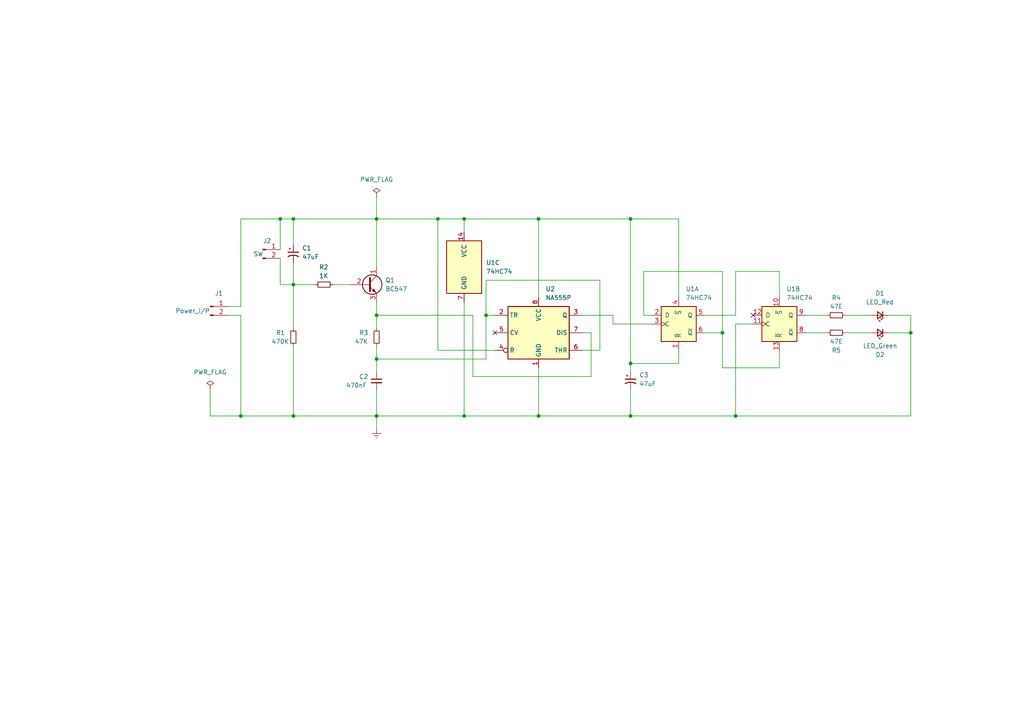
<source format=kicad_sch>
(kicad_sch (version 20211123) (generator eeschema)

  (uuid e63e39d7-6ac0-4ffd-8aa3-1841a4541b55)

  (paper "A4")

  (title_block
    (title "Coin_Toss_Ckt")
    (date "2022-05-19")
    (rev "CKT_VER_1.0")
    (company "Technical Market")
  )

  (lib_symbols
    (symbol "74xx:74HC74" (pin_names (offset 1.016)) (in_bom yes) (on_board yes)
      (property "Reference" "U" (id 0) (at -7.62 8.89 0)
        (effects (font (size 1.27 1.27)))
      )
      (property "Value" "74HC74" (id 1) (at -7.62 -8.89 0)
        (effects (font (size 1.27 1.27)))
      )
      (property "Footprint" "" (id 2) (at 0 0 0)
        (effects (font (size 1.27 1.27)) hide)
      )
      (property "Datasheet" "74xx/74hc_hct74.pdf" (id 3) (at 0 0 0)
        (effects (font (size 1.27 1.27)) hide)
      )
      (property "ki_locked" "" (id 4) (at 0 0 0)
        (effects (font (size 1.27 1.27)))
      )
      (property "ki_keywords" "TTL DFF" (id 5) (at 0 0 0)
        (effects (font (size 1.27 1.27)) hide)
      )
      (property "ki_description" "Dual D Flip-flop, Set & Reset" (id 6) (at 0 0 0)
        (effects (font (size 1.27 1.27)) hide)
      )
      (property "ki_fp_filters" "DIP*W7.62mm*" (id 7) (at 0 0 0)
        (effects (font (size 1.27 1.27)) hide)
      )
      (symbol "74HC74_1_0"
        (pin input line (at 0 -7.62 90) (length 2.54)
          (name "~{R}" (effects (font (size 1.27 1.27))))
          (number "1" (effects (font (size 1.27 1.27))))
        )
        (pin input line (at -7.62 2.54 0) (length 2.54)
          (name "D" (effects (font (size 1.27 1.27))))
          (number "2" (effects (font (size 1.27 1.27))))
        )
        (pin input clock (at -7.62 0 0) (length 2.54)
          (name "C" (effects (font (size 1.27 1.27))))
          (number "3" (effects (font (size 1.27 1.27))))
        )
        (pin input line (at 0 7.62 270) (length 2.54)
          (name "~{S}" (effects (font (size 1.27 1.27))))
          (number "4" (effects (font (size 1.27 1.27))))
        )
        (pin output line (at 7.62 2.54 180) (length 2.54)
          (name "Q" (effects (font (size 1.27 1.27))))
          (number "5" (effects (font (size 1.27 1.27))))
        )
        (pin output line (at 7.62 -2.54 180) (length 2.54)
          (name "~{Q}" (effects (font (size 1.27 1.27))))
          (number "6" (effects (font (size 1.27 1.27))))
        )
      )
      (symbol "74HC74_1_1"
        (rectangle (start -5.08 5.08) (end 5.08 -5.08)
          (stroke (width 0.254) (type default) (color 0 0 0 0))
          (fill (type background))
        )
      )
      (symbol "74HC74_2_0"
        (pin input line (at 0 7.62 270) (length 2.54)
          (name "~{S}" (effects (font (size 1.27 1.27))))
          (number "10" (effects (font (size 1.27 1.27))))
        )
        (pin input clock (at -7.62 0 0) (length 2.54)
          (name "C" (effects (font (size 1.27 1.27))))
          (number "11" (effects (font (size 1.27 1.27))))
        )
        (pin input line (at -7.62 2.54 0) (length 2.54)
          (name "D" (effects (font (size 1.27 1.27))))
          (number "12" (effects (font (size 1.27 1.27))))
        )
        (pin input line (at 0 -7.62 90) (length 2.54)
          (name "~{R}" (effects (font (size 1.27 1.27))))
          (number "13" (effects (font (size 1.27 1.27))))
        )
        (pin output line (at 7.62 -2.54 180) (length 2.54)
          (name "~{Q}" (effects (font (size 1.27 1.27))))
          (number "8" (effects (font (size 1.27 1.27))))
        )
        (pin output line (at 7.62 2.54 180) (length 2.54)
          (name "Q" (effects (font (size 1.27 1.27))))
          (number "9" (effects (font (size 1.27 1.27))))
        )
      )
      (symbol "74HC74_2_1"
        (rectangle (start -5.08 5.08) (end 5.08 -5.08)
          (stroke (width 0.254) (type default) (color 0 0 0 0))
          (fill (type background))
        )
      )
      (symbol "74HC74_3_0"
        (pin power_in line (at 0 10.16 270) (length 2.54)
          (name "VCC" (effects (font (size 1.27 1.27))))
          (number "14" (effects (font (size 1.27 1.27))))
        )
        (pin power_in line (at 0 -10.16 90) (length 2.54)
          (name "GND" (effects (font (size 1.27 1.27))))
          (number "7" (effects (font (size 1.27 1.27))))
        )
      )
      (symbol "74HC74_3_1"
        (rectangle (start -5.08 7.62) (end 5.08 -7.62)
          (stroke (width 0.254) (type default) (color 0 0 0 0))
          (fill (type background))
        )
      )
    )
    (symbol "Connector:Conn_01x02_Male" (pin_names (offset 1.016) hide) (in_bom yes) (on_board yes)
      (property "Reference" "J" (id 0) (at 0 2.54 0)
        (effects (font (size 1.27 1.27)))
      )
      (property "Value" "Conn_01x02_Male" (id 1) (at 0 -5.08 0)
        (effects (font (size 1.27 1.27)))
      )
      (property "Footprint" "" (id 2) (at 0 0 0)
        (effects (font (size 1.27 1.27)) hide)
      )
      (property "Datasheet" "~" (id 3) (at 0 0 0)
        (effects (font (size 1.27 1.27)) hide)
      )
      (property "ki_keywords" "connector" (id 4) (at 0 0 0)
        (effects (font (size 1.27 1.27)) hide)
      )
      (property "ki_description" "Generic connector, single row, 01x02, script generated (kicad-library-utils/schlib/autogen/connector/)" (id 5) (at 0 0 0)
        (effects (font (size 1.27 1.27)) hide)
      )
      (property "ki_fp_filters" "Connector*:*_1x??_*" (id 6) (at 0 0 0)
        (effects (font (size 1.27 1.27)) hide)
      )
      (symbol "Conn_01x02_Male_1_1"
        (polyline
          (pts
            (xy 1.27 -2.54)
            (xy 0.8636 -2.54)
          )
          (stroke (width 0.1524) (type default) (color 0 0 0 0))
          (fill (type none))
        )
        (polyline
          (pts
            (xy 1.27 0)
            (xy 0.8636 0)
          )
          (stroke (width 0.1524) (type default) (color 0 0 0 0))
          (fill (type none))
        )
        (rectangle (start 0.8636 -2.413) (end 0 -2.667)
          (stroke (width 0.1524) (type default) (color 0 0 0 0))
          (fill (type outline))
        )
        (rectangle (start 0.8636 0.127) (end 0 -0.127)
          (stroke (width 0.1524) (type default) (color 0 0 0 0))
          (fill (type outline))
        )
        (pin passive line (at 5.08 0 180) (length 3.81)
          (name "Pin_1" (effects (font (size 1.27 1.27))))
          (number "1" (effects (font (size 1.27 1.27))))
        )
        (pin passive line (at 5.08 -2.54 180) (length 3.81)
          (name "Pin_2" (effects (font (size 1.27 1.27))))
          (number "2" (effects (font (size 1.27 1.27))))
        )
      )
    )
    (symbol "Device:C_Polarized_Small_US" (pin_numbers hide) (pin_names (offset 0.254) hide) (in_bom yes) (on_board yes)
      (property "Reference" "C" (id 0) (at 0.254 1.778 0)
        (effects (font (size 1.27 1.27)) (justify left))
      )
      (property "Value" "C_Polarized_Small_US" (id 1) (at 0.254 -2.032 0)
        (effects (font (size 1.27 1.27)) (justify left))
      )
      (property "Footprint" "" (id 2) (at 0 0 0)
        (effects (font (size 1.27 1.27)) hide)
      )
      (property "Datasheet" "~" (id 3) (at 0 0 0)
        (effects (font (size 1.27 1.27)) hide)
      )
      (property "ki_keywords" "cap capacitor" (id 4) (at 0 0 0)
        (effects (font (size 1.27 1.27)) hide)
      )
      (property "ki_description" "Polarized capacitor, small US symbol" (id 5) (at 0 0 0)
        (effects (font (size 1.27 1.27)) hide)
      )
      (property "ki_fp_filters" "CP_*" (id 6) (at 0 0 0)
        (effects (font (size 1.27 1.27)) hide)
      )
      (symbol "C_Polarized_Small_US_0_1"
        (polyline
          (pts
            (xy -1.524 0.508)
            (xy 1.524 0.508)
          )
          (stroke (width 0.3048) (type default) (color 0 0 0 0))
          (fill (type none))
        )
        (polyline
          (pts
            (xy -1.27 1.524)
            (xy -0.762 1.524)
          )
          (stroke (width 0) (type default) (color 0 0 0 0))
          (fill (type none))
        )
        (polyline
          (pts
            (xy -1.016 1.27)
            (xy -1.016 1.778)
          )
          (stroke (width 0) (type default) (color 0 0 0 0))
          (fill (type none))
        )
        (arc (start 1.524 -0.762) (mid 0 -0.3734) (end -1.524 -0.762)
          (stroke (width 0.3048) (type default) (color 0 0 0 0))
          (fill (type none))
        )
      )
      (symbol "C_Polarized_Small_US_1_1"
        (pin passive line (at 0 2.54 270) (length 2.032)
          (name "~" (effects (font (size 1.27 1.27))))
          (number "1" (effects (font (size 1.27 1.27))))
        )
        (pin passive line (at 0 -2.54 90) (length 2.032)
          (name "~" (effects (font (size 1.27 1.27))))
          (number "2" (effects (font (size 1.27 1.27))))
        )
      )
    )
    (symbol "Device:C_Small" (pin_numbers hide) (pin_names (offset 0.254) hide) (in_bom yes) (on_board yes)
      (property "Reference" "C" (id 0) (at 0.254 1.778 0)
        (effects (font (size 1.27 1.27)) (justify left))
      )
      (property "Value" "C_Small" (id 1) (at 0.254 -2.032 0)
        (effects (font (size 1.27 1.27)) (justify left))
      )
      (property "Footprint" "" (id 2) (at 0 0 0)
        (effects (font (size 1.27 1.27)) hide)
      )
      (property "Datasheet" "~" (id 3) (at 0 0 0)
        (effects (font (size 1.27 1.27)) hide)
      )
      (property "ki_keywords" "capacitor cap" (id 4) (at 0 0 0)
        (effects (font (size 1.27 1.27)) hide)
      )
      (property "ki_description" "Unpolarized capacitor, small symbol" (id 5) (at 0 0 0)
        (effects (font (size 1.27 1.27)) hide)
      )
      (property "ki_fp_filters" "C_*" (id 6) (at 0 0 0)
        (effects (font (size 1.27 1.27)) hide)
      )
      (symbol "C_Small_0_1"
        (polyline
          (pts
            (xy -1.524 -0.508)
            (xy 1.524 -0.508)
          )
          (stroke (width 0.3302) (type default) (color 0 0 0 0))
          (fill (type none))
        )
        (polyline
          (pts
            (xy -1.524 0.508)
            (xy 1.524 0.508)
          )
          (stroke (width 0.3048) (type default) (color 0 0 0 0))
          (fill (type none))
        )
      )
      (symbol "C_Small_1_1"
        (pin passive line (at 0 2.54 270) (length 2.032)
          (name "~" (effects (font (size 1.27 1.27))))
          (number "1" (effects (font (size 1.27 1.27))))
        )
        (pin passive line (at 0 -2.54 90) (length 2.032)
          (name "~" (effects (font (size 1.27 1.27))))
          (number "2" (effects (font (size 1.27 1.27))))
        )
      )
    )
    (symbol "Device:LED_Small" (pin_numbers hide) (pin_names (offset 0.254) hide) (in_bom yes) (on_board yes)
      (property "Reference" "D" (id 0) (at -1.27 3.175 0)
        (effects (font (size 1.27 1.27)) (justify left))
      )
      (property "Value" "LED_Small" (id 1) (at -4.445 -2.54 0)
        (effects (font (size 1.27 1.27)) (justify left))
      )
      (property "Footprint" "" (id 2) (at 0 0 90)
        (effects (font (size 1.27 1.27)) hide)
      )
      (property "Datasheet" "~" (id 3) (at 0 0 90)
        (effects (font (size 1.27 1.27)) hide)
      )
      (property "ki_keywords" "LED diode light-emitting-diode" (id 4) (at 0 0 0)
        (effects (font (size 1.27 1.27)) hide)
      )
      (property "ki_description" "Light emitting diode, small symbol" (id 5) (at 0 0 0)
        (effects (font (size 1.27 1.27)) hide)
      )
      (property "ki_fp_filters" "LED* LED_SMD:* LED_THT:*" (id 6) (at 0 0 0)
        (effects (font (size 1.27 1.27)) hide)
      )
      (symbol "LED_Small_0_1"
        (polyline
          (pts
            (xy -0.762 -1.016)
            (xy -0.762 1.016)
          )
          (stroke (width 0.254) (type default) (color 0 0 0 0))
          (fill (type none))
        )
        (polyline
          (pts
            (xy 1.016 0)
            (xy -0.762 0)
          )
          (stroke (width 0) (type default) (color 0 0 0 0))
          (fill (type none))
        )
        (polyline
          (pts
            (xy 0.762 -1.016)
            (xy -0.762 0)
            (xy 0.762 1.016)
            (xy 0.762 -1.016)
          )
          (stroke (width 0.254) (type default) (color 0 0 0 0))
          (fill (type none))
        )
        (polyline
          (pts
            (xy 0 0.762)
            (xy -0.508 1.27)
            (xy -0.254 1.27)
            (xy -0.508 1.27)
            (xy -0.508 1.016)
          )
          (stroke (width 0) (type default) (color 0 0 0 0))
          (fill (type none))
        )
        (polyline
          (pts
            (xy 0.508 1.27)
            (xy 0 1.778)
            (xy 0.254 1.778)
            (xy 0 1.778)
            (xy 0 1.524)
          )
          (stroke (width 0) (type default) (color 0 0 0 0))
          (fill (type none))
        )
      )
      (symbol "LED_Small_1_1"
        (pin passive line (at -2.54 0 0) (length 1.778)
          (name "K" (effects (font (size 1.27 1.27))))
          (number "1" (effects (font (size 1.27 1.27))))
        )
        (pin passive line (at 2.54 0 180) (length 1.778)
          (name "A" (effects (font (size 1.27 1.27))))
          (number "2" (effects (font (size 1.27 1.27))))
        )
      )
    )
    (symbol "Device:R_Small" (pin_numbers hide) (pin_names (offset 0.254) hide) (in_bom yes) (on_board yes)
      (property "Reference" "R" (id 0) (at 0.762 0.508 0)
        (effects (font (size 1.27 1.27)) (justify left))
      )
      (property "Value" "R_Small" (id 1) (at 0.762 -1.016 0)
        (effects (font (size 1.27 1.27)) (justify left))
      )
      (property "Footprint" "" (id 2) (at 0 0 0)
        (effects (font (size 1.27 1.27)) hide)
      )
      (property "Datasheet" "~" (id 3) (at 0 0 0)
        (effects (font (size 1.27 1.27)) hide)
      )
      (property "ki_keywords" "R resistor" (id 4) (at 0 0 0)
        (effects (font (size 1.27 1.27)) hide)
      )
      (property "ki_description" "Resistor, small symbol" (id 5) (at 0 0 0)
        (effects (font (size 1.27 1.27)) hide)
      )
      (property "ki_fp_filters" "R_*" (id 6) (at 0 0 0)
        (effects (font (size 1.27 1.27)) hide)
      )
      (symbol "R_Small_0_1"
        (rectangle (start -0.762 1.778) (end 0.762 -1.778)
          (stroke (width 0.2032) (type default) (color 0 0 0 0))
          (fill (type none))
        )
      )
      (symbol "R_Small_1_1"
        (pin passive line (at 0 2.54 270) (length 0.762)
          (name "~" (effects (font (size 1.27 1.27))))
          (number "1" (effects (font (size 1.27 1.27))))
        )
        (pin passive line (at 0 -2.54 90) (length 0.762)
          (name "~" (effects (font (size 1.27 1.27))))
          (number "2" (effects (font (size 1.27 1.27))))
        )
      )
    )
    (symbol "Timer:NA555P" (in_bom yes) (on_board yes)
      (property "Reference" "U" (id 0) (at -10.16 8.89 0)
        (effects (font (size 1.27 1.27)) (justify left))
      )
      (property "Value" "NA555P" (id 1) (at 2.54 8.89 0)
        (effects (font (size 1.27 1.27)) (justify left))
      )
      (property "Footprint" "Package_DIP:DIP-8_W7.62mm" (id 2) (at 16.51 -10.16 0)
        (effects (font (size 1.27 1.27)) hide)
      )
      (property "Datasheet" "http://www.ti.com/lit/ds/symlink/ne555.pdf" (id 3) (at 21.59 -10.16 0)
        (effects (font (size 1.27 1.27)) hide)
      )
      (property "ki_keywords" "single timer 555" (id 4) (at 0 0 0)
        (effects (font (size 1.27 1.27)) hide)
      )
      (property "ki_description" "Precision Timers, 555 compatible, PDIP-8" (id 5) (at 0 0 0)
        (effects (font (size 1.27 1.27)) hide)
      )
      (property "ki_fp_filters" "DIP*W7.62mm*" (id 6) (at 0 0 0)
        (effects (font (size 1.27 1.27)) hide)
      )
      (symbol "NA555P_0_0"
        (pin power_in line (at 0 -10.16 90) (length 2.54)
          (name "GND" (effects (font (size 1.27 1.27))))
          (number "1" (effects (font (size 1.27 1.27))))
        )
        (pin power_in line (at 0 10.16 270) (length 2.54)
          (name "VCC" (effects (font (size 1.27 1.27))))
          (number "8" (effects (font (size 1.27 1.27))))
        )
      )
      (symbol "NA555P_0_1"
        (rectangle (start -8.89 -7.62) (end 8.89 7.62)
          (stroke (width 0.254) (type default) (color 0 0 0 0))
          (fill (type background))
        )
        (rectangle (start -8.89 -7.62) (end 8.89 7.62)
          (stroke (width 0.254) (type default) (color 0 0 0 0))
          (fill (type background))
        )
      )
      (symbol "NA555P_1_1"
        (pin input line (at -12.7 5.08 0) (length 3.81)
          (name "TR" (effects (font (size 1.27 1.27))))
          (number "2" (effects (font (size 1.27 1.27))))
        )
        (pin output line (at 12.7 5.08 180) (length 3.81)
          (name "Q" (effects (font (size 1.27 1.27))))
          (number "3" (effects (font (size 1.27 1.27))))
        )
        (pin input inverted (at -12.7 -5.08 0) (length 3.81)
          (name "R" (effects (font (size 1.27 1.27))))
          (number "4" (effects (font (size 1.27 1.27))))
        )
        (pin input line (at -12.7 0 0) (length 3.81)
          (name "CV" (effects (font (size 1.27 1.27))))
          (number "5" (effects (font (size 1.27 1.27))))
        )
        (pin input line (at 12.7 -5.08 180) (length 3.81)
          (name "THR" (effects (font (size 1.27 1.27))))
          (number "6" (effects (font (size 1.27 1.27))))
        )
        (pin input line (at 12.7 0 180) (length 3.81)
          (name "DIS" (effects (font (size 1.27 1.27))))
          (number "7" (effects (font (size 1.27 1.27))))
        )
      )
    )
    (symbol "Transistor_BJT:BC547" (pin_names (offset 0) hide) (in_bom yes) (on_board yes)
      (property "Reference" "Q" (id 0) (at 5.08 1.905 0)
        (effects (font (size 1.27 1.27)) (justify left))
      )
      (property "Value" "BC547" (id 1) (at 5.08 0 0)
        (effects (font (size 1.27 1.27)) (justify left))
      )
      (property "Footprint" "Package_TO_SOT_THT:TO-92_Inline" (id 2) (at 5.08 -1.905 0)
        (effects (font (size 1.27 1.27) italic) (justify left) hide)
      )
      (property "Datasheet" "https://www.onsemi.com/pub/Collateral/BC550-D.pdf" (id 3) (at 0 0 0)
        (effects (font (size 1.27 1.27)) (justify left) hide)
      )
      (property "ki_keywords" "NPN Transistor" (id 4) (at 0 0 0)
        (effects (font (size 1.27 1.27)) hide)
      )
      (property "ki_description" "0.1A Ic, 45V Vce, Small Signal NPN Transistor, TO-92" (id 5) (at 0 0 0)
        (effects (font (size 1.27 1.27)) hide)
      )
      (property "ki_fp_filters" "TO?92*" (id 6) (at 0 0 0)
        (effects (font (size 1.27 1.27)) hide)
      )
      (symbol "BC547_0_1"
        (polyline
          (pts
            (xy 0 0)
            (xy 0.635 0)
          )
          (stroke (width 0) (type default) (color 0 0 0 0))
          (fill (type none))
        )
        (polyline
          (pts
            (xy 0.635 0.635)
            (xy 2.54 2.54)
          )
          (stroke (width 0) (type default) (color 0 0 0 0))
          (fill (type none))
        )
        (polyline
          (pts
            (xy 0.635 -0.635)
            (xy 2.54 -2.54)
            (xy 2.54 -2.54)
          )
          (stroke (width 0) (type default) (color 0 0 0 0))
          (fill (type none))
        )
        (polyline
          (pts
            (xy 0.635 1.905)
            (xy 0.635 -1.905)
            (xy 0.635 -1.905)
          )
          (stroke (width 0.508) (type default) (color 0 0 0 0))
          (fill (type none))
        )
        (polyline
          (pts
            (xy 1.27 -1.778)
            (xy 1.778 -1.27)
            (xy 2.286 -2.286)
            (xy 1.27 -1.778)
            (xy 1.27 -1.778)
          )
          (stroke (width 0) (type default) (color 0 0 0 0))
          (fill (type outline))
        )
        (circle (center 1.27 0) (radius 2.8194)
          (stroke (width 0.254) (type default) (color 0 0 0 0))
          (fill (type none))
        )
      )
      (symbol "BC547_1_1"
        (pin passive line (at 2.54 5.08 270) (length 2.54)
          (name "C" (effects (font (size 1.27 1.27))))
          (number "1" (effects (font (size 1.27 1.27))))
        )
        (pin input line (at -5.08 0 0) (length 5.08)
          (name "B" (effects (font (size 1.27 1.27))))
          (number "2" (effects (font (size 1.27 1.27))))
        )
        (pin passive line (at 2.54 -5.08 90) (length 2.54)
          (name "E" (effects (font (size 1.27 1.27))))
          (number "3" (effects (font (size 1.27 1.27))))
        )
      )
    )
    (symbol "power:Earth" (power) (pin_names (offset 0)) (in_bom yes) (on_board yes)
      (property "Reference" "#PWR" (id 0) (at 0 -6.35 0)
        (effects (font (size 1.27 1.27)) hide)
      )
      (property "Value" "Earth" (id 1) (at 0 -3.81 0)
        (effects (font (size 1.27 1.27)) hide)
      )
      (property "Footprint" "" (id 2) (at 0 0 0)
        (effects (font (size 1.27 1.27)) hide)
      )
      (property "Datasheet" "~" (id 3) (at 0 0 0)
        (effects (font (size 1.27 1.27)) hide)
      )
      (property "ki_keywords" "power-flag ground gnd" (id 4) (at 0 0 0)
        (effects (font (size 1.27 1.27)) hide)
      )
      (property "ki_description" "Power symbol creates a global label with name \"Earth\"" (id 5) (at 0 0 0)
        (effects (font (size 1.27 1.27)) hide)
      )
      (symbol "Earth_0_1"
        (polyline
          (pts
            (xy -0.635 -1.905)
            (xy 0.635 -1.905)
          )
          (stroke (width 0) (type default) (color 0 0 0 0))
          (fill (type none))
        )
        (polyline
          (pts
            (xy -0.127 -2.54)
            (xy 0.127 -2.54)
          )
          (stroke (width 0) (type default) (color 0 0 0 0))
          (fill (type none))
        )
        (polyline
          (pts
            (xy 0 -1.27)
            (xy 0 0)
          )
          (stroke (width 0) (type default) (color 0 0 0 0))
          (fill (type none))
        )
        (polyline
          (pts
            (xy 1.27 -1.27)
            (xy -1.27 -1.27)
          )
          (stroke (width 0) (type default) (color 0 0 0 0))
          (fill (type none))
        )
      )
      (symbol "Earth_1_1"
        (pin power_in line (at 0 0 270) (length 0) hide
          (name "Earth" (effects (font (size 1.27 1.27))))
          (number "1" (effects (font (size 1.27 1.27))))
        )
      )
    )
    (symbol "power:PWR_FLAG" (power) (pin_numbers hide) (pin_names (offset 0) hide) (in_bom yes) (on_board yes)
      (property "Reference" "#FLG" (id 0) (at 0 1.905 0)
        (effects (font (size 1.27 1.27)) hide)
      )
      (property "Value" "PWR_FLAG" (id 1) (at 0 3.81 0)
        (effects (font (size 1.27 1.27)))
      )
      (property "Footprint" "" (id 2) (at 0 0 0)
        (effects (font (size 1.27 1.27)) hide)
      )
      (property "Datasheet" "~" (id 3) (at 0 0 0)
        (effects (font (size 1.27 1.27)) hide)
      )
      (property "ki_keywords" "power-flag" (id 4) (at 0 0 0)
        (effects (font (size 1.27 1.27)) hide)
      )
      (property "ki_description" "Special symbol for telling ERC where power comes from" (id 5) (at 0 0 0)
        (effects (font (size 1.27 1.27)) hide)
      )
      (symbol "PWR_FLAG_0_0"
        (pin power_out line (at 0 0 90) (length 0)
          (name "pwr" (effects (font (size 1.27 1.27))))
          (number "1" (effects (font (size 1.27 1.27))))
        )
      )
      (symbol "PWR_FLAG_0_1"
        (polyline
          (pts
            (xy 0 0)
            (xy 0 1.27)
            (xy -1.016 1.905)
            (xy 0 2.54)
            (xy 1.016 1.905)
            (xy 0 1.27)
          )
          (stroke (width 0) (type default) (color 0 0 0 0))
          (fill (type none))
        )
      )
    )
  )

  (junction (at 156.21 120.65) (diameter 0) (color 0 0 0 0)
    (uuid 29284e42-97e6-48d5-b71d-7bff87b86ca7)
  )
  (junction (at 209.55 96.52) (diameter 0) (color 0 0 0 0)
    (uuid 327696c2-8d20-4430-a247-a26f17e27580)
  )
  (junction (at 264.16 96.52) (diameter 0) (color 0 0 0 0)
    (uuid 389cbf76-6a3b-4c55-9a5a-60e12fa2119d)
  )
  (junction (at 109.22 63.5) (diameter 0) (color 0 0 0 0)
    (uuid 5d22d97a-6ea2-4468-a6c3-25b11187c77e)
  )
  (junction (at 127 63.5) (diameter 0) (color 0 0 0 0)
    (uuid 5e268d0e-890c-4633-bf69-a573d38de338)
  )
  (junction (at 69.85 120.65) (diameter 0) (color 0 0 0 0)
    (uuid 6eba303d-fc72-4dbf-bd08-6d22e380e687)
  )
  (junction (at 182.88 120.65) (diameter 0) (color 0 0 0 0)
    (uuid 77e25307-4c6e-44db-8aa1-41dfa691957f)
  )
  (junction (at 109.22 120.65) (diameter 0) (color 0 0 0 0)
    (uuid 89d8e8f1-e7c5-44b0-98d9-649615666f62)
  )
  (junction (at 140.97 91.44) (diameter 0) (color 0 0 0 0)
    (uuid 9024be84-6fa2-461d-a1ea-f48b1818f746)
  )
  (junction (at 134.62 120.65) (diameter 0) (color 0 0 0 0)
    (uuid 9102eee1-fd6a-4e1d-8365-191015acf0e6)
  )
  (junction (at 109.22 91.44) (diameter 0) (color 0 0 0 0)
    (uuid 9d937146-0136-4d65-a7d7-b36b255e2e4d)
  )
  (junction (at 85.09 120.65) (diameter 0) (color 0 0 0 0)
    (uuid 9f0af3e4-5b9a-4e92-a459-772389cb956f)
  )
  (junction (at 182.88 63.5) (diameter 0) (color 0 0 0 0)
    (uuid abd5427f-f0db-4d02-93a1-06e603490f69)
  )
  (junction (at 182.88 105.41) (diameter 0) (color 0 0 0 0)
    (uuid b0d23ef2-2191-4783-b4e1-832a9d67dd65)
  )
  (junction (at 81.28 63.5) (diameter 0) (color 0 0 0 0)
    (uuid c4aab532-438e-48c5-96a3-46d009f65785)
  )
  (junction (at 85.09 82.55) (diameter 0) (color 0 0 0 0)
    (uuid c8fda475-a48f-44dc-957f-bbaec0e7ed26)
  )
  (junction (at 85.09 63.5) (diameter 0) (color 0 0 0 0)
    (uuid ce9b20e6-45f8-4d4c-9dd6-fe731fe8a19f)
  )
  (junction (at 156.21 63.5) (diameter 0) (color 0 0 0 0)
    (uuid d3beebe0-c3be-42e7-b903-8d54a7dd6e53)
  )
  (junction (at 134.62 63.5) (diameter 0) (color 0 0 0 0)
    (uuid df804509-025e-4a8e-aed0-dbf88fd6b19a)
  )
  (junction (at 109.22 104.14) (diameter 0) (color 0 0 0 0)
    (uuid e39c4cf8-886e-4a32-934a-131da6c46c4e)
  )
  (junction (at 213.36 120.65) (diameter 0) (color 0 0 0 0)
    (uuid ef534413-db0d-4f0c-92b1-f96d90e8945f)
  )

  (no_connect (at 143.51 96.52) (uuid c2f7a75d-eb72-43d7-8f5b-2033a9329854))
  (no_connect (at 218.44 91.44) (uuid c2f7a75d-eb72-43d7-8f5b-2033a9329855))

  (wire (pts (xy 140.97 91.44) (xy 143.51 91.44))
    (stroke (width 0) (type default) (color 0 0 0 0))
    (uuid 06686549-84ff-474a-8323-cdfd5858aa47)
  )
  (wire (pts (xy 134.62 120.65) (xy 109.22 120.65))
    (stroke (width 0) (type default) (color 0 0 0 0))
    (uuid 0c7d44a8-76d0-405f-81a8-25f741b790b7)
  )
  (wire (pts (xy 60.96 113.03) (xy 60.96 120.65))
    (stroke (width 0) (type default) (color 0 0 0 0))
    (uuid 0c90f154-42bc-421b-9657-49ed475a766c)
  )
  (wire (pts (xy 168.91 96.52) (xy 171.45 96.52))
    (stroke (width 0) (type default) (color 0 0 0 0))
    (uuid 1317d30b-d208-47db-b8c3-1d77c7eaf966)
  )
  (wire (pts (xy 173.99 101.6) (xy 173.99 81.28))
    (stroke (width 0) (type default) (color 0 0 0 0))
    (uuid 17efdd20-a3b0-49e4-9ae6-a4b2690502b5)
  )
  (wire (pts (xy 196.85 86.36) (xy 196.85 63.5))
    (stroke (width 0) (type default) (color 0 0 0 0))
    (uuid 1a040363-0607-4902-a72a-1d5624d7c82c)
  )
  (wire (pts (xy 209.55 106.68) (xy 209.55 96.52))
    (stroke (width 0) (type default) (color 0 0 0 0))
    (uuid 1eb033e9-bf05-4256-8066-3c9cdb3e5c1c)
  )
  (wire (pts (xy 66.04 91.44) (xy 69.85 91.44))
    (stroke (width 0) (type default) (color 0 0 0 0))
    (uuid 1ff52aa9-4a48-4b23-b4a7-b76da7b9bdca)
  )
  (wire (pts (xy 81.28 82.55) (xy 85.09 82.55))
    (stroke (width 0) (type default) (color 0 0 0 0))
    (uuid 2108f818-6fd7-4088-b15a-befe58ba058e)
  )
  (wire (pts (xy 257.81 91.44) (xy 264.16 91.44))
    (stroke (width 0) (type default) (color 0 0 0 0))
    (uuid 26de385c-7b5e-4ff6-9f4e-ecdd9f27b17f)
  )
  (wire (pts (xy 137.16 109.22) (xy 137.16 91.44))
    (stroke (width 0) (type default) (color 0 0 0 0))
    (uuid 28bf4b7e-b091-4713-a58d-0a5fd4a497cc)
  )
  (wire (pts (xy 204.47 96.52) (xy 209.55 96.52))
    (stroke (width 0) (type default) (color 0 0 0 0))
    (uuid 2cbed9c9-ea49-4d9d-9951-80da00a47443)
  )
  (wire (pts (xy 264.16 96.52) (xy 264.16 120.65))
    (stroke (width 0) (type default) (color 0 0 0 0))
    (uuid 30a6a21e-8303-4f8e-a92b-4cf41d13c5bb)
  )
  (wire (pts (xy 134.62 87.63) (xy 134.62 120.65))
    (stroke (width 0) (type default) (color 0 0 0 0))
    (uuid 31b5f458-cbaf-4e6f-9f8b-102589c8ad92)
  )
  (wire (pts (xy 213.36 78.74) (xy 213.36 91.44))
    (stroke (width 0) (type default) (color 0 0 0 0))
    (uuid 31c564e2-54c1-46dc-8fa7-c346347f3185)
  )
  (wire (pts (xy 96.52 82.55) (xy 101.6 82.55))
    (stroke (width 0) (type default) (color 0 0 0 0))
    (uuid 327d136a-ff7c-470f-a9f9-c59f328d948f)
  )
  (wire (pts (xy 168.91 101.6) (xy 173.99 101.6))
    (stroke (width 0) (type default) (color 0 0 0 0))
    (uuid 34347b55-fcda-4081-82ff-67916a403bcb)
  )
  (wire (pts (xy 109.22 91.44) (xy 109.22 95.25))
    (stroke (width 0) (type default) (color 0 0 0 0))
    (uuid 349645cf-b225-4231-9990-6e322ca59221)
  )
  (wire (pts (xy 85.09 120.65) (xy 109.22 120.65))
    (stroke (width 0) (type default) (color 0 0 0 0))
    (uuid 35a6e381-fbad-4565-a847-476034f20a28)
  )
  (wire (pts (xy 233.68 91.44) (xy 240.03 91.44))
    (stroke (width 0) (type default) (color 0 0 0 0))
    (uuid 3bfd43c6-20a7-4930-8340-2cf59d16d767)
  )
  (wire (pts (xy 127 101.6) (xy 127 63.5))
    (stroke (width 0) (type default) (color 0 0 0 0))
    (uuid 41399be4-c28e-4509-b8d0-aac67bb548cb)
  )
  (wire (pts (xy 182.88 63.5) (xy 156.21 63.5))
    (stroke (width 0) (type default) (color 0 0 0 0))
    (uuid 413e4b49-7ec6-4c74-baca-7c86bfec53db)
  )
  (wire (pts (xy 109.22 87.63) (xy 109.22 91.44))
    (stroke (width 0) (type default) (color 0 0 0 0))
    (uuid 41436b41-42cc-4b8a-b519-5efc295c053b)
  )
  (wire (pts (xy 156.21 86.36) (xy 156.21 63.5))
    (stroke (width 0) (type default) (color 0 0 0 0))
    (uuid 43cd34eb-8147-4b4d-8f5f-1b40310c92b7)
  )
  (wire (pts (xy 171.45 96.52) (xy 171.45 109.22))
    (stroke (width 0) (type default) (color 0 0 0 0))
    (uuid 45f35f02-e8bc-4055-9ac1-df0cd1710f5c)
  )
  (wire (pts (xy 69.85 63.5) (xy 81.28 63.5))
    (stroke (width 0) (type default) (color 0 0 0 0))
    (uuid 461e72ce-b31f-4c1e-9acb-0eca1474e529)
  )
  (wire (pts (xy 186.69 78.74) (xy 186.69 91.44))
    (stroke (width 0) (type default) (color 0 0 0 0))
    (uuid 48d5e6f7-4e50-4e7d-8b77-2f6c2d801b60)
  )
  (wire (pts (xy 109.22 120.65) (xy 109.22 124.46))
    (stroke (width 0) (type default) (color 0 0 0 0))
    (uuid 514a41a2-a62e-46f2-afc4-409c0352e731)
  )
  (wire (pts (xy 127 63.5) (xy 109.22 63.5))
    (stroke (width 0) (type default) (color 0 0 0 0))
    (uuid 53aa074b-aae3-49e3-8466-0dbb7474b5c9)
  )
  (wire (pts (xy 209.55 96.52) (xy 209.55 78.74))
    (stroke (width 0) (type default) (color 0 0 0 0))
    (uuid 54b52c15-2a18-4602-86a9-33769fa1672c)
  )
  (wire (pts (xy 85.09 76.2) (xy 85.09 82.55))
    (stroke (width 0) (type default) (color 0 0 0 0))
    (uuid 576cb25e-63be-4e68-a8bd-bd1946c153c6)
  )
  (wire (pts (xy 168.91 91.44) (xy 177.8 91.44))
    (stroke (width 0) (type default) (color 0 0 0 0))
    (uuid 611e955c-eb06-453b-a41c-0ad763e643f0)
  )
  (wire (pts (xy 196.85 63.5) (xy 182.88 63.5))
    (stroke (width 0) (type default) (color 0 0 0 0))
    (uuid 625bf40a-ef8d-450d-8f0b-60eebe40e343)
  )
  (wire (pts (xy 109.22 77.47) (xy 109.22 63.5))
    (stroke (width 0) (type default) (color 0 0 0 0))
    (uuid 630d1c6a-068b-4cb3-9ba4-3981fd32df31)
  )
  (wire (pts (xy 156.21 63.5) (xy 134.62 63.5))
    (stroke (width 0) (type default) (color 0 0 0 0))
    (uuid 6399f4c9-c7be-4a6d-a012-e0bb4d2b0b45)
  )
  (wire (pts (xy 257.81 96.52) (xy 264.16 96.52))
    (stroke (width 0) (type default) (color 0 0 0 0))
    (uuid 65b45d05-d30e-41fc-87df-58c1aa2a3dc1)
  )
  (wire (pts (xy 177.8 93.98) (xy 189.23 93.98))
    (stroke (width 0) (type default) (color 0 0 0 0))
    (uuid 65fc0d6d-73dc-44fd-b860-c0efb272889a)
  )
  (wire (pts (xy 109.22 57.15) (xy 109.22 63.5))
    (stroke (width 0) (type default) (color 0 0 0 0))
    (uuid 6880d5c3-b1f3-4295-8b80-56e5e69ef5e6)
  )
  (wire (pts (xy 171.45 109.22) (xy 137.16 109.22))
    (stroke (width 0) (type default) (color 0 0 0 0))
    (uuid 6aa3958f-0924-481f-a22c-8139c2bb82cc)
  )
  (wire (pts (xy 209.55 78.74) (xy 186.69 78.74))
    (stroke (width 0) (type default) (color 0 0 0 0))
    (uuid 6ffb66e5-bddc-4c14-89ad-27a8e9ee35ed)
  )
  (wire (pts (xy 69.85 88.9) (xy 69.85 63.5))
    (stroke (width 0) (type default) (color 0 0 0 0))
    (uuid 70523d21-1866-482f-9d9c-937a92db199a)
  )
  (wire (pts (xy 85.09 63.5) (xy 85.09 71.12))
    (stroke (width 0) (type default) (color 0 0 0 0))
    (uuid 728ba05c-7334-4064-9520-97bdb4f97950)
  )
  (wire (pts (xy 156.21 106.68) (xy 156.21 120.65))
    (stroke (width 0) (type default) (color 0 0 0 0))
    (uuid 74de652f-f261-4913-b39a-129748ac26ff)
  )
  (wire (pts (xy 109.22 100.33) (xy 109.22 104.14))
    (stroke (width 0) (type default) (color 0 0 0 0))
    (uuid 7501ed58-e692-4049-af8b-4696e1385dfe)
  )
  (wire (pts (xy 226.06 101.6) (xy 226.06 106.68))
    (stroke (width 0) (type default) (color 0 0 0 0))
    (uuid 75260ee5-2e06-4722-a885-33c36b072408)
  )
  (wire (pts (xy 182.88 120.65) (xy 156.21 120.65))
    (stroke (width 0) (type default) (color 0 0 0 0))
    (uuid 77da2cca-802e-41d0-b76d-7e6565304ae6)
  )
  (wire (pts (xy 140.97 81.28) (xy 140.97 91.44))
    (stroke (width 0) (type default) (color 0 0 0 0))
    (uuid 7c9c17e0-6db6-4bac-93c2-537e388bbeb0)
  )
  (wire (pts (xy 140.97 104.14) (xy 109.22 104.14))
    (stroke (width 0) (type default) (color 0 0 0 0))
    (uuid 7ce6a06a-76d5-486c-9b7e-90ad4720b50c)
  )
  (wire (pts (xy 233.68 96.52) (xy 240.03 96.52))
    (stroke (width 0) (type default) (color 0 0 0 0))
    (uuid 7edec757-24b8-481f-a696-582c714a74a1)
  )
  (wire (pts (xy 213.36 93.98) (xy 213.36 120.65))
    (stroke (width 0) (type default) (color 0 0 0 0))
    (uuid 85608db1-1d40-4b2c-b2d8-04c2b043f041)
  )
  (wire (pts (xy 66.04 88.9) (xy 69.85 88.9))
    (stroke (width 0) (type default) (color 0 0 0 0))
    (uuid 8b894d8f-cd92-4721-a3e0-b8fe1b3e67e4)
  )
  (wire (pts (xy 137.16 91.44) (xy 109.22 91.44))
    (stroke (width 0) (type default) (color 0 0 0 0))
    (uuid 8d1e9f7e-d56d-499a-b443-f648043686a9)
  )
  (wire (pts (xy 143.51 101.6) (xy 127 101.6))
    (stroke (width 0) (type default) (color 0 0 0 0))
    (uuid 975374a1-077d-4b8a-a2f1-c003407326b2)
  )
  (wire (pts (xy 196.85 105.41) (xy 182.88 105.41))
    (stroke (width 0) (type default) (color 0 0 0 0))
    (uuid 9931ec82-7ab7-4f38-9270-dba87e3ce02f)
  )
  (wire (pts (xy 182.88 105.41) (xy 182.88 63.5))
    (stroke (width 0) (type default) (color 0 0 0 0))
    (uuid 9a7047f9-acea-486f-a364-b7368cdd257a)
  )
  (wire (pts (xy 226.06 106.68) (xy 209.55 106.68))
    (stroke (width 0) (type default) (color 0 0 0 0))
    (uuid 9abad919-5566-43ff-9dd4-74664e3d5dee)
  )
  (wire (pts (xy 182.88 107.95) (xy 182.88 105.41))
    (stroke (width 0) (type default) (color 0 0 0 0))
    (uuid 9bf9efa3-7047-48c9-b445-5ce42b762a80)
  )
  (wire (pts (xy 226.06 86.36) (xy 226.06 78.74))
    (stroke (width 0) (type default) (color 0 0 0 0))
    (uuid 9cbc46a6-b68e-4f4b-9e1e-295aafa62984)
  )
  (wire (pts (xy 85.09 100.33) (xy 85.09 120.65))
    (stroke (width 0) (type default) (color 0 0 0 0))
    (uuid 9ea8f0ea-9a1e-417c-b751-b91ecf3b8dde)
  )
  (wire (pts (xy 213.36 120.65) (xy 182.88 120.65))
    (stroke (width 0) (type default) (color 0 0 0 0))
    (uuid a3a6ca0f-6de4-4d7a-964b-4be74aabbb25)
  )
  (wire (pts (xy 140.97 91.44) (xy 140.97 104.14))
    (stroke (width 0) (type default) (color 0 0 0 0))
    (uuid ab64df0e-4765-42f3-86aa-43bd1337b943)
  )
  (wire (pts (xy 196.85 101.6) (xy 196.85 105.41))
    (stroke (width 0) (type default) (color 0 0 0 0))
    (uuid b41b4888-351b-41de-b4d7-00488d81f462)
  )
  (wire (pts (xy 81.28 63.5) (xy 81.28 72.39))
    (stroke (width 0) (type default) (color 0 0 0 0))
    (uuid bb20566b-0d1f-440a-8118-f80088914882)
  )
  (wire (pts (xy 69.85 120.65) (xy 85.09 120.65))
    (stroke (width 0) (type default) (color 0 0 0 0))
    (uuid bbbb46db-a2f6-4656-b9d9-21405ead274c)
  )
  (wire (pts (xy 173.99 81.28) (xy 140.97 81.28))
    (stroke (width 0) (type default) (color 0 0 0 0))
    (uuid bee52be9-4e16-403c-9b6a-c7cae756b5a5)
  )
  (wire (pts (xy 81.28 74.93) (xy 81.28 82.55))
    (stroke (width 0) (type default) (color 0 0 0 0))
    (uuid bf5bff82-2993-4c62-8b41-21e2a1a34eab)
  )
  (wire (pts (xy 109.22 104.14) (xy 109.22 107.95))
    (stroke (width 0) (type default) (color 0 0 0 0))
    (uuid c08427ce-8837-4697-b883-aae0c7609cc4)
  )
  (wire (pts (xy 85.09 82.55) (xy 91.44 82.55))
    (stroke (width 0) (type default) (color 0 0 0 0))
    (uuid c21e8659-c48e-4761-9ed4-12837af0304f)
  )
  (wire (pts (xy 182.88 113.03) (xy 182.88 120.65))
    (stroke (width 0) (type default) (color 0 0 0 0))
    (uuid c865ab03-4cde-4bcd-897e-be5f916d52be)
  )
  (wire (pts (xy 109.22 63.5) (xy 85.09 63.5))
    (stroke (width 0) (type default) (color 0 0 0 0))
    (uuid cbc0c2e3-fdfc-4d21-98a9-611ac8976cc0)
  )
  (wire (pts (xy 81.28 63.5) (xy 85.09 63.5))
    (stroke (width 0) (type default) (color 0 0 0 0))
    (uuid d17a13fe-7293-4b27-9cb1-10ec5351ae00)
  )
  (wire (pts (xy 245.11 91.44) (xy 252.73 91.44))
    (stroke (width 0) (type default) (color 0 0 0 0))
    (uuid d1c025ef-807e-4ce0-bb1f-834de06f142d)
  )
  (wire (pts (xy 134.62 63.5) (xy 134.62 67.31))
    (stroke (width 0) (type default) (color 0 0 0 0))
    (uuid d381d4ca-5cd0-4220-9961-02644e2d5bfd)
  )
  (wire (pts (xy 177.8 91.44) (xy 177.8 93.98))
    (stroke (width 0) (type default) (color 0 0 0 0))
    (uuid d78b813c-f85e-4c14-a1af-0c96beb17d6b)
  )
  (wire (pts (xy 85.09 82.55) (xy 85.09 95.25))
    (stroke (width 0) (type default) (color 0 0 0 0))
    (uuid dd287ecc-48c7-4569-84ef-5639ce72358e)
  )
  (wire (pts (xy 226.06 78.74) (xy 213.36 78.74))
    (stroke (width 0) (type default) (color 0 0 0 0))
    (uuid e0a677a6-6ccf-4425-9a0e-91332783b2c0)
  )
  (wire (pts (xy 109.22 113.03) (xy 109.22 120.65))
    (stroke (width 0) (type default) (color 0 0 0 0))
    (uuid e4a4bcb6-4dbb-4360-b0f6-c6bf219550e9)
  )
  (wire (pts (xy 218.44 93.98) (xy 213.36 93.98))
    (stroke (width 0) (type default) (color 0 0 0 0))
    (uuid e54d7b7b-ce3c-4906-af49-3478b5f3bd5c)
  )
  (wire (pts (xy 60.96 120.65) (xy 69.85 120.65))
    (stroke (width 0) (type default) (color 0 0 0 0))
    (uuid e5659af8-1b07-414b-b4ba-77ce52c44317)
  )
  (wire (pts (xy 245.11 96.52) (xy 252.73 96.52))
    (stroke (width 0) (type default) (color 0 0 0 0))
    (uuid e67b7bbb-6c99-4acc-a2ff-da9d1a1bb6ce)
  )
  (wire (pts (xy 156.21 120.65) (xy 134.62 120.65))
    (stroke (width 0) (type default) (color 0 0 0 0))
    (uuid ec2099f3-45a3-4ddd-bbe5-e79431aac8c5)
  )
  (wire (pts (xy 134.62 63.5) (xy 127 63.5))
    (stroke (width 0) (type default) (color 0 0 0 0))
    (uuid f370c876-b71f-4c1c-8f84-4e974b1a85be)
  )
  (wire (pts (xy 186.69 91.44) (xy 189.23 91.44))
    (stroke (width 0) (type default) (color 0 0 0 0))
    (uuid f80fb7e4-2777-4fc2-84cc-845909679e39)
  )
  (wire (pts (xy 213.36 91.44) (xy 204.47 91.44))
    (stroke (width 0) (type default) (color 0 0 0 0))
    (uuid f9f6378b-9fa8-4a69-982b-ad25195d7a0a)
  )
  (wire (pts (xy 69.85 91.44) (xy 69.85 120.65))
    (stroke (width 0) (type default) (color 0 0 0 0))
    (uuid fa02fcb5-e946-4ce7-9348-e0e6f5d8912e)
  )
  (wire (pts (xy 264.16 91.44) (xy 264.16 96.52))
    (stroke (width 0) (type default) (color 0 0 0 0))
    (uuid fe3f2d09-55fe-4ef8-8c9f-d0f1b8cf377c)
  )
  (wire (pts (xy 264.16 120.65) (xy 213.36 120.65))
    (stroke (width 0) (type default) (color 0 0 0 0))
    (uuid ffc07d7a-506f-4d8b-8cf0-98f0f78d1452)
  )

  (symbol (lib_id "Device:LED_Small") (at 255.27 96.52 180) (unit 1)
    (in_bom yes) (on_board yes)
    (uuid 013c83a2-f633-4742-94e2-f3f8e32a80ea)
    (property "Reference" "D2" (id 0) (at 255.27 102.87 0))
    (property "Value" "LED_Green" (id 1) (at 255.27 100.33 0))
    (property "Footprint" "LED_THT:LED_D3.0mm" (id 2) (at 255.27 96.52 90)
      (effects (font (size 1.27 1.27)) hide)
    )
    (property "Datasheet" "~" (id 3) (at 255.27 96.52 90)
      (effects (font (size 1.27 1.27)) hide)
    )
    (pin "1" (uuid 152788e3-3d71-4336-b2ba-010328d5706b))
    (pin "2" (uuid 1d819add-e678-455b-88b2-225db9bfed8c))
  )

  (symbol (lib_id "Device:R_Small") (at 93.98 82.55 90) (unit 1)
    (in_bom yes) (on_board yes)
    (uuid 0328c623-f90b-49d9-9a1e-7414d9bbd213)
    (property "Reference" "R2" (id 0) (at 95.25 77.47 90)
      (effects (font (size 1.27 1.27)) (justify left))
    )
    (property "Value" "1K" (id 1) (at 95.25 80.01 90)
      (effects (font (size 1.27 1.27)) (justify left))
    )
    (property "Footprint" "Resistor_THT:R_Axial_DIN0207_L6.3mm_D2.5mm_P10.16mm_Horizontal" (id 2) (at 93.98 82.55 0)
      (effects (font (size 1.27 1.27)) hide)
    )
    (property "Datasheet" "~" (id 3) (at 93.98 82.55 0)
      (effects (font (size 1.27 1.27)) hide)
    )
    (pin "1" (uuid bdfb1d2e-67e8-47fc-bc95-bb137663b107))
    (pin "2" (uuid 942bc063-01bf-486c-9e89-f744bc5ddbc2))
  )

  (symbol (lib_id "74xx:74HC74") (at 196.85 93.98 0) (unit 1)
    (in_bom yes) (on_board yes) (fields_autoplaced)
    (uuid 133d5403-9be3-4603-824b-d3b76147e745)
    (property "Reference" "U1" (id 0) (at 198.8694 83.82 0)
      (effects (font (size 1.27 1.27)) (justify left))
    )
    (property "Value" "74HC74" (id 1) (at 198.8694 86.36 0)
      (effects (font (size 1.27 1.27)) (justify left))
    )
    (property "Footprint" "Package_DIP:DIP-14_W7.62mm_Socket_LongPads" (id 2) (at 196.85 93.98 0)
      (effects (font (size 1.27 1.27)) hide)
    )
    (property "Datasheet" "74xx/74hc_hct74.pdf" (id 3) (at 196.85 93.98 0)
      (effects (font (size 1.27 1.27)) hide)
    )
    (pin "1" (uuid dbfb14d7-1f97-4dd2-9004-1d129d3b4221))
    (pin "2" (uuid 7684f860-395c-40b3-8cc0-a644dcdbc220))
    (pin "3" (uuid acd72527-a657-482d-a530-89a1347375fc))
    (pin "4" (uuid aaf0fd50-bb22-4408-be5a-88f5ba4193be))
    (pin "5" (uuid 3b19a97f-624a-48d9-8072-15bdeede0fff))
    (pin "6" (uuid 87f44303-a6e8-48e5-bb6d-f89abb09a999))
  )

  (symbol (lib_id "power:PWR_FLAG") (at 109.22 57.15 0) (unit 1)
    (in_bom yes) (on_board yes) (fields_autoplaced)
    (uuid 1f9398dd-7cdd-424c-b613-8ca2f01076a8)
    (property "Reference" "#FLG01" (id 0) (at 109.22 55.245 0)
      (effects (font (size 1.27 1.27)) hide)
    )
    (property "Value" "PWR_FLAG" (id 1) (at 109.22 52.07 0))
    (property "Footprint" "" (id 2) (at 109.22 57.15 0)
      (effects (font (size 1.27 1.27)) hide)
    )
    (property "Datasheet" "~" (id 3) (at 109.22 57.15 0)
      (effects (font (size 1.27 1.27)) hide)
    )
    (pin "1" (uuid 518dd289-dd09-499b-a959-5caca8e3196e))
  )

  (symbol (lib_id "power:Earth") (at 109.22 124.46 0) (unit 1)
    (in_bom yes) (on_board yes) (fields_autoplaced)
    (uuid 2809d28e-a53c-419b-8d17-3f96dd534307)
    (property "Reference" "#PWR01" (id 0) (at 109.22 130.81 0)
      (effects (font (size 1.27 1.27)) hide)
    )
    (property "Value" "Earth" (id 1) (at 109.22 128.27 0)
      (effects (font (size 1.27 1.27)) hide)
    )
    (property "Footprint" "" (id 2) (at 109.22 124.46 0)
      (effects (font (size 1.27 1.27)) hide)
    )
    (property "Datasheet" "~" (id 3) (at 109.22 124.46 0)
      (effects (font (size 1.27 1.27)) hide)
    )
    (pin "1" (uuid 211b4df6-519a-435d-8104-c6c6f55b5317))
  )

  (symbol (lib_id "Transistor_BJT:BC547") (at 106.68 82.55 0) (unit 1)
    (in_bom yes) (on_board yes) (fields_autoplaced)
    (uuid 334446cd-af18-48a8-bb73-a88f4d220620)
    (property "Reference" "Q1" (id 0) (at 111.76 81.2799 0)
      (effects (font (size 1.27 1.27)) (justify left))
    )
    (property "Value" "BC547" (id 1) (at 111.76 83.8199 0)
      (effects (font (size 1.27 1.27)) (justify left))
    )
    (property "Footprint" "Package_TO_SOT_THT:TO-92_Inline" (id 2) (at 111.76 84.455 0)
      (effects (font (size 1.27 1.27) italic) (justify left) hide)
    )
    (property "Datasheet" "https://www.onsemi.com/pub/Collateral/BC550-D.pdf" (id 3) (at 106.68 82.55 0)
      (effects (font (size 1.27 1.27)) (justify left) hide)
    )
    (pin "1" (uuid e12ec3e8-0d5b-47b1-abb9-9b31a4bb451e))
    (pin "2" (uuid dc50af72-15b3-4fb5-bf25-289e8b8f51f6))
    (pin "3" (uuid 6f581e98-caac-4a3a-b0ed-76aab462e56a))
  )

  (symbol (lib_id "Device:R_Small") (at 109.22 97.79 0) (unit 1)
    (in_bom yes) (on_board yes)
    (uuid 42a3b329-6794-4a92-b3a6-33c499795e5b)
    (property "Reference" "R3" (id 0) (at 104.14 96.52 0)
      (effects (font (size 1.27 1.27)) (justify left))
    )
    (property "Value" "47K" (id 1) (at 102.87 99.06 0)
      (effects (font (size 1.27 1.27)) (justify left))
    )
    (property "Footprint" "Resistor_THT:R_Axial_DIN0207_L6.3mm_D2.5mm_P10.16mm_Horizontal" (id 2) (at 109.22 97.79 0)
      (effects (font (size 1.27 1.27)) hide)
    )
    (property "Datasheet" "~" (id 3) (at 109.22 97.79 0)
      (effects (font (size 1.27 1.27)) hide)
    )
    (pin "1" (uuid e4434c72-a770-4f1b-8ff6-cff25b249845))
    (pin "2" (uuid a153b47c-ae73-43d8-ad75-44b044e9f1bb))
  )

  (symbol (lib_id "Device:C_Small") (at 109.22 110.49 0) (unit 1)
    (in_bom yes) (on_board yes)
    (uuid 43a94338-658d-48bc-a884-88e0cf9d3bec)
    (property "Reference" "C2" (id 0) (at 104.14 109.22 0)
      (effects (font (size 1.27 1.27)) (justify left))
    )
    (property "Value" "470nF" (id 1) (at 100.33 111.76 0)
      (effects (font (size 1.27 1.27)) (justify left))
    )
    (property "Footprint" "Capacitor_THT:CP_Radial_D5.0mm_P2.50mm" (id 2) (at 109.22 110.49 0)
      (effects (font (size 1.27 1.27)) hide)
    )
    (property "Datasheet" "~" (id 3) (at 109.22 110.49 0)
      (effects (font (size 1.27 1.27)) hide)
    )
    (pin "1" (uuid 481092f4-e5e5-4921-933d-8939eff1a254))
    (pin "2" (uuid 6ab2f91e-c3ae-40dc-a497-92ccb9eaedb3))
  )

  (symbol (lib_id "Device:C_Polarized_Small_US") (at 182.88 110.49 0) (unit 1)
    (in_bom yes) (on_board yes) (fields_autoplaced)
    (uuid 542b7669-e996-4107-b9de-31591867d2a3)
    (property "Reference" "C3" (id 0) (at 185.42 108.7881 0)
      (effects (font (size 1.27 1.27)) (justify left))
    )
    (property "Value" "47uF" (id 1) (at 185.42 111.3281 0)
      (effects (font (size 1.27 1.27)) (justify left))
    )
    (property "Footprint" "Capacitor_THT:CP_Radial_D5.0mm_P2.50mm" (id 2) (at 182.88 110.49 0)
      (effects (font (size 1.27 1.27)) hide)
    )
    (property "Datasheet" "~" (id 3) (at 182.88 110.49 0)
      (effects (font (size 1.27 1.27)) hide)
    )
    (pin "1" (uuid 41c3cc00-fd67-4936-a1e8-3928854b8673))
    (pin "2" (uuid fe2ac0c2-8ff9-40b8-805c-9d469e63d2a5))
  )

  (symbol (lib_id "power:PWR_FLAG") (at 60.96 113.03 0) (unit 1)
    (in_bom yes) (on_board yes) (fields_autoplaced)
    (uuid 61ad6c1c-381d-4cf4-b22a-98c7d70c461d)
    (property "Reference" "#FLG02" (id 0) (at 60.96 111.125 0)
      (effects (font (size 1.27 1.27)) hide)
    )
    (property "Value" "PWR_FLAG" (id 1) (at 60.96 107.95 0))
    (property "Footprint" "" (id 2) (at 60.96 113.03 0)
      (effects (font (size 1.27 1.27)) hide)
    )
    (property "Datasheet" "~" (id 3) (at 60.96 113.03 0)
      (effects (font (size 1.27 1.27)) hide)
    )
    (pin "1" (uuid 3e5127ad-e32d-4e8f-bce8-73529b075fc1))
  )

  (symbol (lib_id "Device:C_Polarized_Small_US") (at 85.09 73.66 0) (unit 1)
    (in_bom yes) (on_board yes) (fields_autoplaced)
    (uuid 733d4d89-5863-430a-b3f1-0087b8016f4e)
    (property "Reference" "C1" (id 0) (at 87.63 71.9581 0)
      (effects (font (size 1.27 1.27)) (justify left))
    )
    (property "Value" "47uF" (id 1) (at 87.63 74.4981 0)
      (effects (font (size 1.27 1.27)) (justify left))
    )
    (property "Footprint" "Capacitor_THT:CP_Radial_D5.0mm_P2.50mm" (id 2) (at 85.09 73.66 0)
      (effects (font (size 1.27 1.27)) hide)
    )
    (property "Datasheet" "~" (id 3) (at 85.09 73.66 0)
      (effects (font (size 1.27 1.27)) hide)
    )
    (pin "1" (uuid 6cceaa53-d716-4ad9-909c-70c7d43845a3))
    (pin "2" (uuid 0c251519-2683-4367-9bc7-bb53187bfe49))
  )

  (symbol (lib_id "74xx:74HC74") (at 134.62 77.47 0) (unit 3)
    (in_bom yes) (on_board yes) (fields_autoplaced)
    (uuid 78d57e68-36dc-47c5-997a-7a524fc0acf1)
    (property "Reference" "U1" (id 0) (at 140.97 76.1999 0)
      (effects (font (size 1.27 1.27)) (justify left))
    )
    (property "Value" "74HC74" (id 1) (at 140.97 78.7399 0)
      (effects (font (size 1.27 1.27)) (justify left))
    )
    (property "Footprint" "Package_DIP:DIP-14_W7.62mm_Socket_LongPads" (id 2) (at 134.62 77.47 0)
      (effects (font (size 1.27 1.27)) hide)
    )
    (property "Datasheet" "74xx/74hc_hct74.pdf" (id 3) (at 134.62 77.47 0)
      (effects (font (size 1.27 1.27)) hide)
    )
    (pin "14" (uuid 9d0ff84c-655a-47d5-bae8-4ebccf128b98))
    (pin "7" (uuid 98af1557-14b5-4fcd-83f4-700ba43358c4))
  )

  (symbol (lib_id "Timer:NA555P") (at 156.21 96.52 0) (unit 1)
    (in_bom yes) (on_board yes) (fields_autoplaced)
    (uuid 96eaaa88-b5d3-4d47-b493-1ba2d896ae47)
    (property "Reference" "U2" (id 0) (at 158.2294 83.82 0)
      (effects (font (size 1.27 1.27)) (justify left))
    )
    (property "Value" "NA555P" (id 1) (at 158.2294 86.36 0)
      (effects (font (size 1.27 1.27)) (justify left))
    )
    (property "Footprint" "Package_DIP:DIP-8_W7.62mm_Socket_LongPads" (id 2) (at 172.72 106.68 0)
      (effects (font (size 1.27 1.27)) hide)
    )
    (property "Datasheet" "http://www.ti.com/lit/ds/symlink/ne555.pdf" (id 3) (at 177.8 106.68 0)
      (effects (font (size 1.27 1.27)) hide)
    )
    (pin "1" (uuid 4819e671-dab9-487d-9739-22db9846b45c))
    (pin "8" (uuid 58d77d8b-8fe7-4c36-a7f8-2163b04f714a))
    (pin "2" (uuid 3fc50455-4c29-4eca-a8d1-3171baceb945))
    (pin "3" (uuid a314d631-cc6f-4d86-afb5-c4e22d9ee906))
    (pin "4" (uuid 48d94e9b-49d4-4da2-81e7-b6d9ec65e33d))
    (pin "5" (uuid 5384f4f5-ec4a-4e00-9aa1-36267d1e2372))
    (pin "6" (uuid decb2960-c31f-4a06-bda9-8bc12fcb6070))
    (pin "7" (uuid ccbc95f7-1c39-4f5c-aaea-acc59b59d41f))
  )

  (symbol (lib_id "Connector:Conn_01x02_Male") (at 60.96 88.9 0) (unit 1)
    (in_bom yes) (on_board yes)
    (uuid 9da855b0-f953-4d94-ac15-68c62fcf943f)
    (property "Reference" "J1" (id 0) (at 63.5 85.09 0))
    (property "Value" "Power_I/P" (id 1) (at 55.88 90.17 0))
    (property "Footprint" "TerminalBlock_Phoenix:TerminalBlock_Phoenix_MPT-0,5-2-2.54_1x02_P2.54mm_Horizontal" (id 2) (at 60.96 88.9 0)
      (effects (font (size 1.27 1.27)) hide)
    )
    (property "Datasheet" "~" (id 3) (at 60.96 88.9 0)
      (effects (font (size 1.27 1.27)) hide)
    )
    (pin "1" (uuid cf4ac78b-a9ac-469c-829f-72c6f81e6f21))
    (pin "2" (uuid 5dfa8f9a-6e69-407d-b1ae-eb50492ca459))
  )

  (symbol (lib_id "Device:LED_Small") (at 255.27 91.44 180) (unit 1)
    (in_bom yes) (on_board yes) (fields_autoplaced)
    (uuid a433789b-a541-4f8a-9599-b776d735d765)
    (property "Reference" "D1" (id 0) (at 255.2065 85.09 0))
    (property "Value" "LED_Red" (id 1) (at 255.2065 87.63 0))
    (property "Footprint" "LED_THT:LED_D3.0mm" (id 2) (at 255.27 91.44 90)
      (effects (font (size 1.27 1.27)) hide)
    )
    (property "Datasheet" "~" (id 3) (at 255.27 91.44 90)
      (effects (font (size 1.27 1.27)) hide)
    )
    (pin "1" (uuid 92e3ef4b-ffee-4c5d-ad25-da869d2866f7))
    (pin "2" (uuid 3419bb77-1195-490c-ad1c-66834c780b7f))
  )

  (symbol (lib_id "Device:R_Small") (at 242.57 91.44 90) (unit 1)
    (in_bom yes) (on_board yes)
    (uuid aff81b49-b8c1-40f4-9f94-72a678eca613)
    (property "Reference" "R4" (id 0) (at 242.57 86.36 90))
    (property "Value" "47E" (id 1) (at 242.57 88.9 90))
    (property "Footprint" "Resistor_THT:R_Axial_DIN0207_L6.3mm_D2.5mm_P10.16mm_Horizontal" (id 2) (at 242.57 91.44 0)
      (effects (font (size 1.27 1.27)) hide)
    )
    (property "Datasheet" "~" (id 3) (at 242.57 91.44 0)
      (effects (font (size 1.27 1.27)) hide)
    )
    (pin "1" (uuid 1b8b95ad-f819-4bb6-a938-f32e2917c75c))
    (pin "2" (uuid d6f23471-6e15-45d1-80eb-2ace0b1a8ab5))
  )

  (symbol (lib_id "74xx:74HC74") (at 226.06 93.98 0) (unit 2)
    (in_bom yes) (on_board yes) (fields_autoplaced)
    (uuid b7d17bac-1e38-46d5-a98a-e0926b878e04)
    (property "Reference" "U1" (id 0) (at 228.0794 83.82 0)
      (effects (font (size 1.27 1.27)) (justify left))
    )
    (property "Value" "74HC74" (id 1) (at 228.0794 86.36 0)
      (effects (font (size 1.27 1.27)) (justify left))
    )
    (property "Footprint" "Package_DIP:DIP-14_W7.62mm_Socket_LongPads" (id 2) (at 226.06 93.98 0)
      (effects (font (size 1.27 1.27)) hide)
    )
    (property "Datasheet" "74xx/74hc_hct74.pdf" (id 3) (at 226.06 93.98 0)
      (effects (font (size 1.27 1.27)) hide)
    )
    (pin "10" (uuid 6f9f8538-0b96-4eb3-a978-1c7439c0e8bf))
    (pin "11" (uuid d2551b77-8cbc-4e7a-af3b-fc16fb61dc91))
    (pin "12" (uuid b908b981-26a7-43ab-bb19-96137e6f2a5a))
    (pin "13" (uuid d05ca12a-32d4-4c55-95ec-69bfada58ba7))
    (pin "8" (uuid 2733a655-db42-498b-a705-184e4fe256a3))
    (pin "9" (uuid 5006a2d1-be56-41dc-888f-67fb86bea03b))
  )

  (symbol (lib_id "Connector:Conn_01x02_Male") (at 76.2 72.39 0) (unit 1)
    (in_bom yes) (on_board yes)
    (uuid b9f08927-e330-4389-a83c-27fdc5905a14)
    (property "Reference" "J2" (id 0) (at 77.47 69.85 0))
    (property "Value" "SW" (id 1) (at 74.93 73.66 0))
    (property "Footprint" "Connector_PinHeader_2.54mm:PinHeader_1x02_P2.54mm_Vertical" (id 2) (at 76.2 72.39 0)
      (effects (font (size 1.27 1.27)) hide)
    )
    (property "Datasheet" "~" (id 3) (at 76.2 72.39 0)
      (effects (font (size 1.27 1.27)) hide)
    )
    (pin "1" (uuid 06cd049f-77e5-4d1d-bebe-8272392d4649))
    (pin "2" (uuid 3460571e-3fd0-4e24-9a84-67748f555478))
  )

  (symbol (lib_id "Device:R_Small") (at 242.57 96.52 90) (unit 1)
    (in_bom yes) (on_board yes)
    (uuid cec63c84-ac55-4e84-99f9-686dee18e9b3)
    (property "Reference" "R5" (id 0) (at 242.57 101.6 90))
    (property "Value" "47E" (id 1) (at 242.57 99.06 90))
    (property "Footprint" "Resistor_THT:R_Axial_DIN0207_L6.3mm_D2.5mm_P10.16mm_Horizontal" (id 2) (at 242.57 96.52 0)
      (effects (font (size 1.27 1.27)) hide)
    )
    (property "Datasheet" "~" (id 3) (at 242.57 96.52 0)
      (effects (font (size 1.27 1.27)) hide)
    )
    (pin "1" (uuid 0eded119-8009-4729-a4f0-52acb4202868))
    (pin "2" (uuid 18f33c15-2d89-4304-9c8f-98c3582bdb83))
  )

  (symbol (lib_id "Device:R_Small") (at 85.09 97.79 0) (unit 1)
    (in_bom yes) (on_board yes)
    (uuid ef24833e-ab66-4e96-9255-615308c8cc76)
    (property "Reference" "R1" (id 0) (at 80.01 96.52 0)
      (effects (font (size 1.27 1.27)) (justify left))
    )
    (property "Value" "470K" (id 1) (at 78.74 99.06 0)
      (effects (font (size 1.27 1.27)) (justify left))
    )
    (property "Footprint" "Resistor_THT:R_Axial_DIN0207_L6.3mm_D2.5mm_P10.16mm_Horizontal" (id 2) (at 85.09 97.79 0)
      (effects (font (size 1.27 1.27)) hide)
    )
    (property "Datasheet" "~" (id 3) (at 85.09 97.79 0)
      (effects (font (size 1.27 1.27)) hide)
    )
    (pin "1" (uuid f718d802-2486-443f-998d-bbd795b56ce9))
    (pin "2" (uuid 11bd38f3-f4dc-4f65-afa1-83b631addd10))
  )

  (sheet_instances
    (path "/" (page "1"))
  )

  (symbol_instances
    (path "/1f9398dd-7cdd-424c-b613-8ca2f01076a8"
      (reference "#FLG01") (unit 1) (value "PWR_FLAG") (footprint "")
    )
    (path "/61ad6c1c-381d-4cf4-b22a-98c7d70c461d"
      (reference "#FLG02") (unit 1) (value "PWR_FLAG") (footprint "")
    )
    (path "/2809d28e-a53c-419b-8d17-3f96dd534307"
      (reference "#PWR01") (unit 1) (value "Earth") (footprint "")
    )
    (path "/733d4d89-5863-430a-b3f1-0087b8016f4e"
      (reference "C1") (unit 1) (value "47uF") (footprint "Capacitor_THT:CP_Radial_D5.0mm_P2.50mm")
    )
    (path "/43a94338-658d-48bc-a884-88e0cf9d3bec"
      (reference "C2") (unit 1) (value "470nF") (footprint "Capacitor_THT:CP_Radial_D5.0mm_P2.50mm")
    )
    (path "/542b7669-e996-4107-b9de-31591867d2a3"
      (reference "C3") (unit 1) (value "47uF") (footprint "Capacitor_THT:CP_Radial_D5.0mm_P2.50mm")
    )
    (path "/a433789b-a541-4f8a-9599-b776d735d765"
      (reference "D1") (unit 1) (value "LED_Red") (footprint "LED_THT:LED_D3.0mm")
    )
    (path "/013c83a2-f633-4742-94e2-f3f8e32a80ea"
      (reference "D2") (unit 1) (value "LED_Green") (footprint "LED_THT:LED_D3.0mm")
    )
    (path "/9da855b0-f953-4d94-ac15-68c62fcf943f"
      (reference "J1") (unit 1) (value "Power_I/P") (footprint "TerminalBlock_Phoenix:TerminalBlock_Phoenix_MPT-0,5-2-2.54_1x02_P2.54mm_Horizontal")
    )
    (path "/b9f08927-e330-4389-a83c-27fdc5905a14"
      (reference "J2") (unit 1) (value "SW") (footprint "Connector_PinHeader_2.54mm:PinHeader_1x02_P2.54mm_Vertical")
    )
    (path "/334446cd-af18-48a8-bb73-a88f4d220620"
      (reference "Q1") (unit 1) (value "BC547") (footprint "Package_TO_SOT_THT:TO-92_Inline")
    )
    (path "/ef24833e-ab66-4e96-9255-615308c8cc76"
      (reference "R1") (unit 1) (value "470K") (footprint "Resistor_THT:R_Axial_DIN0207_L6.3mm_D2.5mm_P10.16mm_Horizontal")
    )
    (path "/0328c623-f90b-49d9-9a1e-7414d9bbd213"
      (reference "R2") (unit 1) (value "1K") (footprint "Resistor_THT:R_Axial_DIN0207_L6.3mm_D2.5mm_P10.16mm_Horizontal")
    )
    (path "/42a3b329-6794-4a92-b3a6-33c499795e5b"
      (reference "R3") (unit 1) (value "47K") (footprint "Resistor_THT:R_Axial_DIN0207_L6.3mm_D2.5mm_P10.16mm_Horizontal")
    )
    (path "/aff81b49-b8c1-40f4-9f94-72a678eca613"
      (reference "R4") (unit 1) (value "47E") (footprint "Resistor_THT:R_Axial_DIN0207_L6.3mm_D2.5mm_P10.16mm_Horizontal")
    )
    (path "/cec63c84-ac55-4e84-99f9-686dee18e9b3"
      (reference "R5") (unit 1) (value "47E") (footprint "Resistor_THT:R_Axial_DIN0207_L6.3mm_D2.5mm_P10.16mm_Horizontal")
    )
    (path "/133d5403-9be3-4603-824b-d3b76147e745"
      (reference "U1") (unit 1) (value "74HC74") (footprint "Package_DIP:DIP-14_W7.62mm_Socket_LongPads")
    )
    (path "/b7d17bac-1e38-46d5-a98a-e0926b878e04"
      (reference "U1") (unit 2) (value "74HC74") (footprint "Package_DIP:DIP-14_W7.62mm_Socket_LongPads")
    )
    (path "/78d57e68-36dc-47c5-997a-7a524fc0acf1"
      (reference "U1") (unit 3) (value "74HC74") (footprint "Package_DIP:DIP-14_W7.62mm_Socket_LongPads")
    )
    (path "/96eaaa88-b5d3-4d47-b493-1ba2d896ae47"
      (reference "U2") (unit 1) (value "NA555P") (footprint "Package_DIP:DIP-8_W7.62mm_Socket_LongPads")
    )
  )
)

</source>
